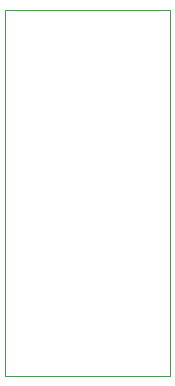
<source format=gbr>
%TF.GenerationSoftware,KiCad,Pcbnew,5.99.0-unknown-d430fae05d~122~ubuntu20.04.1*%
%TF.CreationDate,2021-03-24T14:17:41-07:00*%
%TF.ProjectId,laser-diode-butterfly-mount,6c617365-722d-4646-996f-64652d627574,rev?*%
%TF.SameCoordinates,Original*%
%TF.FileFunction,Profile,NP*%
%FSLAX46Y46*%
G04 Gerber Fmt 4.6, Leading zero omitted, Abs format (unit mm)*
G04 Created by KiCad (PCBNEW 5.99.0-unknown-d430fae05d~122~ubuntu20.04.1) date 2021-03-24 14:17:41*
%MOMM*%
%LPD*%
G01*
G04 APERTURE LIST*
%TA.AperFunction,Profile*%
%ADD10C,0.120000*%
%TD*%
G04 APERTURE END LIST*
D10*
%TO.C,J1*%
X63390000Y-54870000D02*
X77390000Y-54870000D01*
X77390000Y-54870000D02*
X77390000Y-85870000D01*
X77390000Y-85870000D02*
X63390000Y-85870000D01*
X63390000Y-85870000D02*
X63390000Y-54870000D01*
%TD*%
M02*

</source>
